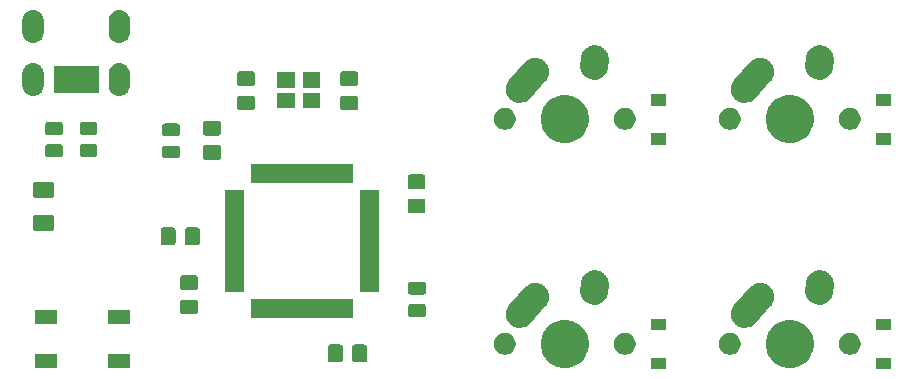
<source format=gbs>
G04 #@! TF.GenerationSoftware,KiCad,Pcbnew,(5.1.4-0-10_14)*
G04 #@! TF.CreationDate,2019-10-06T23:39:38+09:00*
G04 #@! TF.ProjectId,dombrick45,646f6d62-7269-4636-9b34-352e6b696361,rev?*
G04 #@! TF.SameCoordinates,Original*
G04 #@! TF.FileFunction,Soldermask,Bot*
G04 #@! TF.FilePolarity,Negative*
%FSLAX46Y46*%
G04 Gerber Fmt 4.6, Leading zero omitted, Abs format (unit mm)*
G04 Created by KiCad (PCBNEW (5.1.4-0-10_14)) date 2019-10-06 23:39:38*
%MOMM*%
%LPD*%
G04 APERTURE LIST*
%ADD10C,0.100000*%
G04 APERTURE END LIST*
D10*
G36*
X140351000Y-102957250D02*
G01*
X139049000Y-102957250D01*
X139049000Y-101955250D01*
X140351000Y-101955250D01*
X140351000Y-102957250D01*
X140351000Y-102957250D01*
G37*
G36*
X121301000Y-102957250D02*
G01*
X119999000Y-102957250D01*
X119999000Y-101955250D01*
X121301000Y-101955250D01*
X121301000Y-102957250D01*
X121301000Y-102957250D01*
G37*
G36*
X75933000Y-102853000D02*
G01*
X74031000Y-102853000D01*
X74031000Y-101651000D01*
X75933000Y-101651000D01*
X75933000Y-102853000D01*
X75933000Y-102853000D01*
G37*
G36*
X69733000Y-102853000D02*
G01*
X67831000Y-102853000D01*
X67831000Y-101651000D01*
X69733000Y-101651000D01*
X69733000Y-102853000D01*
X69733000Y-102853000D01*
G37*
G36*
X132358974Y-98839934D02*
G01*
X132576974Y-98930233D01*
X132731123Y-98994083D01*
X133066048Y-99217873D01*
X133350877Y-99502702D01*
X133574667Y-99837627D01*
X133607062Y-99915836D01*
X133728816Y-100209776D01*
X133807400Y-100604844D01*
X133807400Y-101007656D01*
X133728816Y-101402724D01*
X133677951Y-101525522D01*
X133574667Y-101774873D01*
X133350877Y-102109798D01*
X133066048Y-102394627D01*
X132731123Y-102618417D01*
X132576974Y-102682267D01*
X132358974Y-102772566D01*
X131963906Y-102851150D01*
X131561094Y-102851150D01*
X131166026Y-102772566D01*
X130948026Y-102682267D01*
X130793877Y-102618417D01*
X130458952Y-102394627D01*
X130174123Y-102109798D01*
X129950333Y-101774873D01*
X129847049Y-101525522D01*
X129796184Y-101402724D01*
X129717600Y-101007656D01*
X129717600Y-100604844D01*
X129796184Y-100209776D01*
X129917938Y-99915836D01*
X129950333Y-99837627D01*
X130174123Y-99502702D01*
X130458952Y-99217873D01*
X130793877Y-98994083D01*
X130948026Y-98930233D01*
X131166026Y-98839934D01*
X131561094Y-98761350D01*
X131963906Y-98761350D01*
X132358974Y-98839934D01*
X132358974Y-98839934D01*
G37*
G36*
X113308974Y-98839934D02*
G01*
X113526974Y-98930233D01*
X113681123Y-98994083D01*
X114016048Y-99217873D01*
X114300877Y-99502702D01*
X114524667Y-99837627D01*
X114557062Y-99915836D01*
X114678816Y-100209776D01*
X114757400Y-100604844D01*
X114757400Y-101007656D01*
X114678816Y-101402724D01*
X114627951Y-101525522D01*
X114524667Y-101774873D01*
X114300877Y-102109798D01*
X114016048Y-102394627D01*
X113681123Y-102618417D01*
X113526974Y-102682267D01*
X113308974Y-102772566D01*
X112913906Y-102851150D01*
X112511094Y-102851150D01*
X112116026Y-102772566D01*
X111898026Y-102682267D01*
X111743877Y-102618417D01*
X111408952Y-102394627D01*
X111124123Y-102109798D01*
X110900333Y-101774873D01*
X110797049Y-101525522D01*
X110746184Y-101402724D01*
X110667600Y-101007656D01*
X110667600Y-100604844D01*
X110746184Y-100209776D01*
X110867938Y-99915836D01*
X110900333Y-99837627D01*
X111124123Y-99502702D01*
X111408952Y-99217873D01*
X111743877Y-98994083D01*
X111898026Y-98930233D01*
X112116026Y-98839934D01*
X112511094Y-98761350D01*
X112913906Y-98761350D01*
X113308974Y-98839934D01*
X113308974Y-98839934D01*
G37*
G36*
X95801174Y-100853465D02*
G01*
X95838867Y-100864899D01*
X95873603Y-100883466D01*
X95904048Y-100908452D01*
X95929034Y-100938897D01*
X95947601Y-100973633D01*
X95959035Y-101011326D01*
X95963500Y-101056661D01*
X95963500Y-102143339D01*
X95959035Y-102188674D01*
X95947601Y-102226367D01*
X95929034Y-102261103D01*
X95904048Y-102291548D01*
X95873603Y-102316534D01*
X95838867Y-102335101D01*
X95801174Y-102346535D01*
X95755839Y-102351000D01*
X94919161Y-102351000D01*
X94873826Y-102346535D01*
X94836133Y-102335101D01*
X94801397Y-102316534D01*
X94770952Y-102291548D01*
X94745966Y-102261103D01*
X94727399Y-102226367D01*
X94715965Y-102188674D01*
X94711500Y-102143339D01*
X94711500Y-101056661D01*
X94715965Y-101011326D01*
X94727399Y-100973633D01*
X94745966Y-100938897D01*
X94770952Y-100908452D01*
X94801397Y-100883466D01*
X94836133Y-100864899D01*
X94873826Y-100853465D01*
X94919161Y-100849000D01*
X95755839Y-100849000D01*
X95801174Y-100853465D01*
X95801174Y-100853465D01*
G37*
G36*
X93751174Y-100853465D02*
G01*
X93788867Y-100864899D01*
X93823603Y-100883466D01*
X93854048Y-100908452D01*
X93879034Y-100938897D01*
X93897601Y-100973633D01*
X93909035Y-101011326D01*
X93913500Y-101056661D01*
X93913500Y-102143339D01*
X93909035Y-102188674D01*
X93897601Y-102226367D01*
X93879034Y-102261103D01*
X93854048Y-102291548D01*
X93823603Y-102316534D01*
X93788867Y-102335101D01*
X93751174Y-102346535D01*
X93705839Y-102351000D01*
X92869161Y-102351000D01*
X92823826Y-102346535D01*
X92786133Y-102335101D01*
X92751397Y-102316534D01*
X92720952Y-102291548D01*
X92695966Y-102261103D01*
X92677399Y-102226367D01*
X92665965Y-102188674D01*
X92661500Y-102143339D01*
X92661500Y-101056661D01*
X92665965Y-101011326D01*
X92677399Y-100973633D01*
X92695966Y-100938897D01*
X92720952Y-100908452D01*
X92751397Y-100883466D01*
X92786133Y-100864899D01*
X92823826Y-100853465D01*
X92869161Y-100849000D01*
X93705839Y-100849000D01*
X93751174Y-100853465D01*
X93751174Y-100853465D01*
G37*
G36*
X137112604Y-99915835D02*
G01*
X137281126Y-99985639D01*
X137432791Y-100086978D01*
X137561772Y-100215959D01*
X137663111Y-100367624D01*
X137732915Y-100536146D01*
X137768500Y-100715047D01*
X137768500Y-100897453D01*
X137732915Y-101076354D01*
X137663111Y-101244876D01*
X137561772Y-101396541D01*
X137432791Y-101525522D01*
X137281126Y-101626861D01*
X137112604Y-101696665D01*
X136933703Y-101732250D01*
X136751297Y-101732250D01*
X136572396Y-101696665D01*
X136403874Y-101626861D01*
X136252209Y-101525522D01*
X136123228Y-101396541D01*
X136021889Y-101244876D01*
X135952085Y-101076354D01*
X135916500Y-100897453D01*
X135916500Y-100715047D01*
X135952085Y-100536146D01*
X136021889Y-100367624D01*
X136123228Y-100215959D01*
X136252209Y-100086978D01*
X136403874Y-99985639D01*
X136572396Y-99915835D01*
X136751297Y-99880250D01*
X136933703Y-99880250D01*
X137112604Y-99915835D01*
X137112604Y-99915835D01*
G37*
G36*
X126952604Y-99915835D02*
G01*
X127121126Y-99985639D01*
X127272791Y-100086978D01*
X127401772Y-100215959D01*
X127503111Y-100367624D01*
X127572915Y-100536146D01*
X127608500Y-100715047D01*
X127608500Y-100897453D01*
X127572915Y-101076354D01*
X127503111Y-101244876D01*
X127401772Y-101396541D01*
X127272791Y-101525522D01*
X127121126Y-101626861D01*
X126952604Y-101696665D01*
X126773703Y-101732250D01*
X126591297Y-101732250D01*
X126412396Y-101696665D01*
X126243874Y-101626861D01*
X126092209Y-101525522D01*
X125963228Y-101396541D01*
X125861889Y-101244876D01*
X125792085Y-101076354D01*
X125756500Y-100897453D01*
X125756500Y-100715047D01*
X125792085Y-100536146D01*
X125861889Y-100367624D01*
X125963228Y-100215959D01*
X126092209Y-100086978D01*
X126243874Y-99985639D01*
X126412396Y-99915835D01*
X126591297Y-99880250D01*
X126773703Y-99880250D01*
X126952604Y-99915835D01*
X126952604Y-99915835D01*
G37*
G36*
X107902604Y-99915835D02*
G01*
X108071126Y-99985639D01*
X108222791Y-100086978D01*
X108351772Y-100215959D01*
X108453111Y-100367624D01*
X108522915Y-100536146D01*
X108558500Y-100715047D01*
X108558500Y-100897453D01*
X108522915Y-101076354D01*
X108453111Y-101244876D01*
X108351772Y-101396541D01*
X108222791Y-101525522D01*
X108071126Y-101626861D01*
X107902604Y-101696665D01*
X107723703Y-101732250D01*
X107541297Y-101732250D01*
X107362396Y-101696665D01*
X107193874Y-101626861D01*
X107042209Y-101525522D01*
X106913228Y-101396541D01*
X106811889Y-101244876D01*
X106742085Y-101076354D01*
X106706500Y-100897453D01*
X106706500Y-100715047D01*
X106742085Y-100536146D01*
X106811889Y-100367624D01*
X106913228Y-100215959D01*
X107042209Y-100086978D01*
X107193874Y-99985639D01*
X107362396Y-99915835D01*
X107541297Y-99880250D01*
X107723703Y-99880250D01*
X107902604Y-99915835D01*
X107902604Y-99915835D01*
G37*
G36*
X118062604Y-99915835D02*
G01*
X118231126Y-99985639D01*
X118382791Y-100086978D01*
X118511772Y-100215959D01*
X118613111Y-100367624D01*
X118682915Y-100536146D01*
X118718500Y-100715047D01*
X118718500Y-100897453D01*
X118682915Y-101076354D01*
X118613111Y-101244876D01*
X118511772Y-101396541D01*
X118382791Y-101525522D01*
X118231126Y-101626861D01*
X118062604Y-101696665D01*
X117883703Y-101732250D01*
X117701297Y-101732250D01*
X117522396Y-101696665D01*
X117353874Y-101626861D01*
X117202209Y-101525522D01*
X117073228Y-101396541D01*
X116971889Y-101244876D01*
X116902085Y-101076354D01*
X116866500Y-100897453D01*
X116866500Y-100715047D01*
X116902085Y-100536146D01*
X116971889Y-100367624D01*
X117073228Y-100215959D01*
X117202209Y-100086978D01*
X117353874Y-99985639D01*
X117522396Y-99915835D01*
X117701297Y-99880250D01*
X117883703Y-99880250D01*
X118062604Y-99915835D01*
X118062604Y-99915835D01*
G37*
G36*
X121301000Y-99657250D02*
G01*
X119999000Y-99657250D01*
X119999000Y-98655250D01*
X121301000Y-98655250D01*
X121301000Y-99657250D01*
X121301000Y-99657250D01*
G37*
G36*
X140351000Y-99657250D02*
G01*
X139049000Y-99657250D01*
X139049000Y-98655250D01*
X140351000Y-98655250D01*
X140351000Y-99657250D01*
X140351000Y-99657250D01*
G37*
G36*
X129285705Y-95630131D02*
G01*
X129291145Y-95630250D01*
X129378328Y-95630250D01*
X129394597Y-95633486D01*
X129413456Y-95635765D01*
X129430032Y-95636496D01*
X129514723Y-95657260D01*
X129520018Y-95658434D01*
X129605527Y-95675443D01*
X129620862Y-95681795D01*
X129638901Y-95687705D01*
X129655021Y-95691657D01*
X129734004Y-95728530D01*
X129738994Y-95730727D01*
X129819545Y-95764092D01*
X129833341Y-95773310D01*
X129849893Y-95782632D01*
X129864926Y-95789650D01*
X129935194Y-95841221D01*
X129939692Y-95844372D01*
X130012156Y-95892791D01*
X130023883Y-95904518D01*
X130038309Y-95916898D01*
X130051679Y-95926711D01*
X130096646Y-95975827D01*
X130110521Y-95990983D01*
X130114329Y-95994964D01*
X130175959Y-96056594D01*
X130185174Y-96070385D01*
X130196896Y-96085328D01*
X130208105Y-96097571D01*
X130253299Y-96172124D01*
X130256246Y-96176751D01*
X130304658Y-96249205D01*
X130311005Y-96264527D01*
X130319592Y-96281481D01*
X130328191Y-96295667D01*
X130357978Y-96377618D01*
X130359952Y-96382698D01*
X130393307Y-96463223D01*
X130393307Y-96463224D01*
X130396541Y-96479483D01*
X130401658Y-96497792D01*
X130407325Y-96513384D01*
X130420555Y-96599595D01*
X130421501Y-96604963D01*
X130438500Y-96690423D01*
X130438500Y-96707002D01*
X130439944Y-96725942D01*
X130442463Y-96742354D01*
X130438620Y-96829499D01*
X130438500Y-96834939D01*
X130438500Y-96922075D01*
X130435266Y-96938333D01*
X130432988Y-96957191D01*
X130432256Y-96973781D01*
X130411488Y-97058487D01*
X130410312Y-97063787D01*
X130393307Y-97149277D01*
X130386957Y-97164607D01*
X130381049Y-97182643D01*
X130377095Y-97198770D01*
X130340211Y-97277776D01*
X130338011Y-97282773D01*
X130304658Y-97363295D01*
X130295444Y-97377085D01*
X130286122Y-97393637D01*
X130279102Y-97408674D01*
X130227511Y-97478970D01*
X130224366Y-97483460D01*
X130175961Y-97555904D01*
X130118960Y-97612905D01*
X130114311Y-97617813D01*
X129748216Y-98025827D01*
X128789223Y-99094626D01*
X128661179Y-99211852D01*
X128562131Y-99271895D01*
X128463083Y-99331939D01*
X128245366Y-99411073D01*
X128016395Y-99446211D01*
X127784970Y-99436004D01*
X127559981Y-99380843D01*
X127455227Y-99331939D01*
X127350079Y-99282852D01*
X127253338Y-99211852D01*
X127163323Y-99145789D01*
X127088894Y-99064491D01*
X127006898Y-98974929D01*
X126925064Y-98839935D01*
X126886811Y-98776833D01*
X126807677Y-98559116D01*
X126772539Y-98330145D01*
X126782746Y-98098720D01*
X126837907Y-97873731D01*
X126889472Y-97763278D01*
X126935898Y-97663830D01*
X126935900Y-97663827D01*
X127038614Y-97523872D01*
X127793745Y-96682277D01*
X128325287Y-96089871D01*
X128336181Y-96075839D01*
X128349039Y-96056596D01*
X128406073Y-95999562D01*
X128410723Y-95994653D01*
X128425778Y-95977874D01*
X128447201Y-95958261D01*
X128451182Y-95954453D01*
X128512846Y-95892789D01*
X128526643Y-95883570D01*
X128541602Y-95871835D01*
X128553821Y-95860648D01*
X128618813Y-95821250D01*
X128628330Y-95815481D01*
X128632921Y-95812558D01*
X128705455Y-95764092D01*
X128720800Y-95757736D01*
X128737748Y-95749151D01*
X128751916Y-95740562D01*
X128751917Y-95740562D01*
X128751918Y-95740561D01*
X128833812Y-95710795D01*
X128838910Y-95708813D01*
X128919473Y-95675443D01*
X128935752Y-95672205D01*
X128954042Y-95667094D01*
X128969635Y-95661427D01*
X129055800Y-95648204D01*
X129061163Y-95647259D01*
X129146673Y-95630250D01*
X129163266Y-95630250D01*
X129182209Y-95628805D01*
X129198606Y-95626289D01*
X129285705Y-95630131D01*
X129285705Y-95630131D01*
G37*
G36*
X110235705Y-95630131D02*
G01*
X110241145Y-95630250D01*
X110328328Y-95630250D01*
X110344597Y-95633486D01*
X110363456Y-95635765D01*
X110380032Y-95636496D01*
X110464723Y-95657260D01*
X110470018Y-95658434D01*
X110555527Y-95675443D01*
X110570862Y-95681795D01*
X110588901Y-95687705D01*
X110605021Y-95691657D01*
X110684004Y-95728530D01*
X110688994Y-95730727D01*
X110769545Y-95764092D01*
X110783341Y-95773310D01*
X110799893Y-95782632D01*
X110814926Y-95789650D01*
X110885194Y-95841221D01*
X110889692Y-95844372D01*
X110962156Y-95892791D01*
X110973883Y-95904518D01*
X110988309Y-95916898D01*
X111001679Y-95926711D01*
X111046646Y-95975827D01*
X111060521Y-95990983D01*
X111064329Y-95994964D01*
X111125959Y-96056594D01*
X111135174Y-96070385D01*
X111146896Y-96085328D01*
X111158105Y-96097571D01*
X111203299Y-96172124D01*
X111206246Y-96176751D01*
X111254658Y-96249205D01*
X111261005Y-96264527D01*
X111269592Y-96281481D01*
X111278191Y-96295667D01*
X111307978Y-96377618D01*
X111309952Y-96382698D01*
X111343307Y-96463223D01*
X111343307Y-96463224D01*
X111346541Y-96479483D01*
X111351658Y-96497792D01*
X111357325Y-96513384D01*
X111370555Y-96599595D01*
X111371501Y-96604963D01*
X111388500Y-96690423D01*
X111388500Y-96707002D01*
X111389944Y-96725942D01*
X111392463Y-96742354D01*
X111388620Y-96829499D01*
X111388500Y-96834939D01*
X111388500Y-96922075D01*
X111385266Y-96938333D01*
X111382988Y-96957191D01*
X111382256Y-96973781D01*
X111361488Y-97058487D01*
X111360312Y-97063787D01*
X111343307Y-97149277D01*
X111336957Y-97164607D01*
X111331049Y-97182643D01*
X111327095Y-97198770D01*
X111290211Y-97277776D01*
X111288011Y-97282773D01*
X111254658Y-97363295D01*
X111245444Y-97377085D01*
X111236122Y-97393637D01*
X111229102Y-97408674D01*
X111177511Y-97478970D01*
X111174366Y-97483460D01*
X111125961Y-97555904D01*
X111068960Y-97612905D01*
X111064311Y-97617813D01*
X110698216Y-98025827D01*
X109739223Y-99094626D01*
X109611179Y-99211852D01*
X109512131Y-99271895D01*
X109413083Y-99331939D01*
X109195366Y-99411073D01*
X108966395Y-99446211D01*
X108734970Y-99436004D01*
X108509981Y-99380843D01*
X108405227Y-99331939D01*
X108300079Y-99282852D01*
X108203338Y-99211852D01*
X108113323Y-99145789D01*
X108038894Y-99064491D01*
X107956898Y-98974929D01*
X107875064Y-98839935D01*
X107836811Y-98776833D01*
X107757677Y-98559116D01*
X107722539Y-98330145D01*
X107732746Y-98098720D01*
X107787907Y-97873731D01*
X107839472Y-97763278D01*
X107885898Y-97663830D01*
X107885900Y-97663827D01*
X107988614Y-97523872D01*
X108743745Y-96682277D01*
X109275287Y-96089871D01*
X109286181Y-96075839D01*
X109299039Y-96056596D01*
X109356073Y-95999562D01*
X109360723Y-95994653D01*
X109375778Y-95977874D01*
X109397201Y-95958261D01*
X109401182Y-95954453D01*
X109462846Y-95892789D01*
X109476643Y-95883570D01*
X109491602Y-95871835D01*
X109503821Y-95860648D01*
X109568813Y-95821250D01*
X109578330Y-95815481D01*
X109582921Y-95812558D01*
X109655455Y-95764092D01*
X109670800Y-95757736D01*
X109687748Y-95749151D01*
X109701916Y-95740562D01*
X109701917Y-95740562D01*
X109701918Y-95740561D01*
X109783812Y-95710795D01*
X109788910Y-95708813D01*
X109869473Y-95675443D01*
X109885752Y-95672205D01*
X109904042Y-95667094D01*
X109919635Y-95661427D01*
X110005800Y-95648204D01*
X110011163Y-95647259D01*
X110096673Y-95630250D01*
X110113266Y-95630250D01*
X110132209Y-95628805D01*
X110148606Y-95626289D01*
X110235705Y-95630131D01*
X110235705Y-95630131D01*
G37*
G36*
X75933000Y-99153000D02*
G01*
X74031000Y-99153000D01*
X74031000Y-97951000D01*
X75933000Y-97951000D01*
X75933000Y-99153000D01*
X75933000Y-99153000D01*
G37*
G36*
X69733000Y-99153000D02*
G01*
X67831000Y-99153000D01*
X67831000Y-97951000D01*
X69733000Y-97951000D01*
X69733000Y-99153000D01*
X69733000Y-99153000D01*
G37*
G36*
X94813500Y-98576000D02*
G01*
X86161500Y-98576000D01*
X86161500Y-96974000D01*
X94813500Y-96974000D01*
X94813500Y-98576000D01*
X94813500Y-98576000D01*
G37*
G36*
X100787468Y-97431565D02*
G01*
X100826138Y-97443296D01*
X100861777Y-97462346D01*
X100893017Y-97487983D01*
X100918654Y-97519223D01*
X100937704Y-97554862D01*
X100949435Y-97593532D01*
X100954000Y-97639888D01*
X100954000Y-98291112D01*
X100949435Y-98337468D01*
X100937704Y-98376138D01*
X100918654Y-98411777D01*
X100893017Y-98443017D01*
X100861777Y-98468654D01*
X100826138Y-98487704D01*
X100787468Y-98499435D01*
X100741112Y-98504000D01*
X99664888Y-98504000D01*
X99618532Y-98499435D01*
X99579862Y-98487704D01*
X99544223Y-98468654D01*
X99512983Y-98443017D01*
X99487346Y-98411777D01*
X99468296Y-98376138D01*
X99456565Y-98337468D01*
X99452000Y-98291112D01*
X99452000Y-97639888D01*
X99456565Y-97593532D01*
X99468296Y-97554862D01*
X99487346Y-97519223D01*
X99512983Y-97487983D01*
X99544223Y-97462346D01*
X99579862Y-97443296D01*
X99618532Y-97431565D01*
X99664888Y-97427000D01*
X100741112Y-97427000D01*
X100787468Y-97431565D01*
X100787468Y-97431565D01*
G37*
G36*
X81487674Y-97050465D02*
G01*
X81525367Y-97061899D01*
X81560103Y-97080466D01*
X81590548Y-97105452D01*
X81615534Y-97135897D01*
X81634101Y-97170633D01*
X81645535Y-97208326D01*
X81650000Y-97253661D01*
X81650000Y-98090339D01*
X81645535Y-98135674D01*
X81634101Y-98173367D01*
X81615534Y-98208103D01*
X81590548Y-98238548D01*
X81560103Y-98263534D01*
X81525367Y-98282101D01*
X81487674Y-98293535D01*
X81442339Y-98298000D01*
X80355661Y-98298000D01*
X80310326Y-98293535D01*
X80272633Y-98282101D01*
X80237897Y-98263534D01*
X80207452Y-98238548D01*
X80182466Y-98208103D01*
X80163899Y-98173367D01*
X80152465Y-98135674D01*
X80148000Y-98090339D01*
X80148000Y-97253661D01*
X80152465Y-97208326D01*
X80163899Y-97170633D01*
X80182466Y-97135897D01*
X80207452Y-97105452D01*
X80237897Y-97080466D01*
X80272633Y-97061899D01*
X80310326Y-97050465D01*
X80355661Y-97046000D01*
X81442339Y-97046000D01*
X81487674Y-97050465D01*
X81487674Y-97050465D01*
G37*
G36*
X115340627Y-94548511D02*
G01*
X115361400Y-94550250D01*
X115368327Y-94550250D01*
X115463254Y-94569132D01*
X115466848Y-94569792D01*
X115562230Y-94585874D01*
X115568703Y-94588335D01*
X115588728Y-94594091D01*
X115595527Y-94595443D01*
X115657914Y-94621284D01*
X115684943Y-94632480D01*
X115688344Y-94633831D01*
X115778755Y-94668211D01*
X115784627Y-94671890D01*
X115803136Y-94681437D01*
X115809545Y-94684092D01*
X115890063Y-94737892D01*
X115893054Y-94739828D01*
X115975057Y-94791209D01*
X115980084Y-94795950D01*
X115996396Y-94808941D01*
X116002152Y-94812787D01*
X116070610Y-94881245D01*
X116073189Y-94883749D01*
X116143590Y-94950139D01*
X116147595Y-94955769D01*
X116161059Y-94971694D01*
X116165959Y-94976594D01*
X116209575Y-95041869D01*
X116219744Y-95057089D01*
X116221791Y-95060057D01*
X116277880Y-95138895D01*
X116280714Y-95145208D01*
X116290808Y-95163443D01*
X116294658Y-95169205D01*
X116331720Y-95258680D01*
X116333124Y-95261935D01*
X116372765Y-95350223D01*
X116374315Y-95356975D01*
X116380652Y-95376812D01*
X116383307Y-95383223D01*
X116402192Y-95478167D01*
X116402938Y-95481651D01*
X116424598Y-95576001D01*
X116424598Y-95576004D01*
X116424800Y-95582904D01*
X116427147Y-95603620D01*
X116428500Y-95610424D01*
X116428500Y-95707236D01*
X116428553Y-95710834D01*
X116429688Y-95749527D01*
X116428795Y-95762475D01*
X116428500Y-95771047D01*
X116428500Y-95842076D01*
X116422581Y-95871835D01*
X116422104Y-95874229D01*
X116420000Y-95890000D01*
X116381738Y-96444795D01*
X116352876Y-96615980D01*
X116270538Y-96832505D01*
X116147541Y-97028807D01*
X115988611Y-97197340D01*
X115799855Y-97331630D01*
X115588527Y-97426515D01*
X115362749Y-97478348D01*
X115131198Y-97485139D01*
X115131197Y-97485139D01*
X115085512Y-97477436D01*
X114902770Y-97446626D01*
X114686245Y-97364288D01*
X114489943Y-97241291D01*
X114321410Y-97082361D01*
X114187120Y-96893605D01*
X114092235Y-96682277D01*
X114040402Y-96456499D01*
X114035312Y-96282973D01*
X114076204Y-95690044D01*
X114076500Y-95681446D01*
X114076500Y-95610425D01*
X114081019Y-95587705D01*
X114095388Y-95515469D01*
X114096044Y-95511895D01*
X114101731Y-95478167D01*
X114112124Y-95416520D01*
X114114585Y-95410049D01*
X114120342Y-95390017D01*
X114121693Y-95383224D01*
X114124343Y-95376826D01*
X114158764Y-95293726D01*
X114160053Y-95290480D01*
X114194462Y-95199995D01*
X114198136Y-95194131D01*
X114207687Y-95175615D01*
X114210342Y-95169205D01*
X114264157Y-95088665D01*
X114266077Y-95085699D01*
X114317459Y-95003693D01*
X114322211Y-94998654D01*
X114335189Y-94982357D01*
X114339037Y-94976598D01*
X114407493Y-94908142D01*
X114410046Y-94905512D01*
X114430523Y-94883798D01*
X114476389Y-94835160D01*
X114482021Y-94831153D01*
X114497947Y-94817688D01*
X114502846Y-94812789D01*
X114583324Y-94759016D01*
X114586306Y-94756960D01*
X114665145Y-94700870D01*
X114671455Y-94698037D01*
X114689694Y-94687941D01*
X114695451Y-94684094D01*
X114695454Y-94684093D01*
X114695455Y-94684092D01*
X114784929Y-94647031D01*
X114788187Y-94645625D01*
X114876473Y-94605985D01*
X114883225Y-94604435D01*
X114903062Y-94598098D01*
X114909473Y-94595443D01*
X115004399Y-94576561D01*
X115007946Y-94575801D01*
X115102251Y-94554151D01*
X115104630Y-94554081D01*
X115109165Y-94553948D01*
X115129881Y-94551601D01*
X115136674Y-94550250D01*
X115233459Y-94550250D01*
X115237084Y-94550197D01*
X115333802Y-94547360D01*
X115340627Y-94548511D01*
X115340627Y-94548511D01*
G37*
G36*
X134390627Y-94548511D02*
G01*
X134411400Y-94550250D01*
X134418327Y-94550250D01*
X134513254Y-94569132D01*
X134516848Y-94569792D01*
X134612230Y-94585874D01*
X134618703Y-94588335D01*
X134638728Y-94594091D01*
X134645527Y-94595443D01*
X134707914Y-94621284D01*
X134734943Y-94632480D01*
X134738344Y-94633831D01*
X134828755Y-94668211D01*
X134834627Y-94671890D01*
X134853136Y-94681437D01*
X134859545Y-94684092D01*
X134940063Y-94737892D01*
X134943054Y-94739828D01*
X135025057Y-94791209D01*
X135030084Y-94795950D01*
X135046396Y-94808941D01*
X135052152Y-94812787D01*
X135120610Y-94881245D01*
X135123189Y-94883749D01*
X135193590Y-94950139D01*
X135197595Y-94955769D01*
X135211059Y-94971694D01*
X135215959Y-94976594D01*
X135259575Y-95041869D01*
X135269744Y-95057089D01*
X135271791Y-95060057D01*
X135327880Y-95138895D01*
X135330714Y-95145208D01*
X135340808Y-95163443D01*
X135344658Y-95169205D01*
X135381720Y-95258680D01*
X135383124Y-95261935D01*
X135422765Y-95350223D01*
X135424315Y-95356975D01*
X135430652Y-95376812D01*
X135433307Y-95383223D01*
X135452192Y-95478167D01*
X135452938Y-95481651D01*
X135474598Y-95576001D01*
X135474598Y-95576004D01*
X135474800Y-95582904D01*
X135477147Y-95603620D01*
X135478500Y-95610424D01*
X135478500Y-95707236D01*
X135478553Y-95710834D01*
X135479688Y-95749527D01*
X135478795Y-95762475D01*
X135478500Y-95771047D01*
X135478500Y-95842076D01*
X135472581Y-95871835D01*
X135472104Y-95874229D01*
X135470000Y-95890000D01*
X135431738Y-96444795D01*
X135402876Y-96615980D01*
X135320538Y-96832505D01*
X135197541Y-97028807D01*
X135038611Y-97197340D01*
X134849855Y-97331630D01*
X134638527Y-97426515D01*
X134412749Y-97478348D01*
X134181198Y-97485139D01*
X134181197Y-97485139D01*
X134135512Y-97477436D01*
X133952770Y-97446626D01*
X133736245Y-97364288D01*
X133539943Y-97241291D01*
X133371410Y-97082361D01*
X133237120Y-96893605D01*
X133142235Y-96682277D01*
X133090402Y-96456499D01*
X133085312Y-96282973D01*
X133126204Y-95690044D01*
X133126500Y-95681446D01*
X133126500Y-95610425D01*
X133131019Y-95587705D01*
X133145388Y-95515469D01*
X133146044Y-95511895D01*
X133151731Y-95478167D01*
X133162124Y-95416520D01*
X133164585Y-95410049D01*
X133170342Y-95390017D01*
X133171693Y-95383224D01*
X133174343Y-95376826D01*
X133208764Y-95293726D01*
X133210053Y-95290480D01*
X133244462Y-95199995D01*
X133248136Y-95194131D01*
X133257687Y-95175615D01*
X133260342Y-95169205D01*
X133314157Y-95088665D01*
X133316077Y-95085699D01*
X133367459Y-95003693D01*
X133372211Y-94998654D01*
X133385189Y-94982357D01*
X133389037Y-94976598D01*
X133457493Y-94908142D01*
X133460046Y-94905512D01*
X133480523Y-94883798D01*
X133526389Y-94835160D01*
X133532021Y-94831153D01*
X133547947Y-94817688D01*
X133552846Y-94812789D01*
X133633324Y-94759016D01*
X133636306Y-94756960D01*
X133715145Y-94700870D01*
X133721455Y-94698037D01*
X133739694Y-94687941D01*
X133745451Y-94684094D01*
X133745454Y-94684093D01*
X133745455Y-94684092D01*
X133834929Y-94647031D01*
X133838187Y-94645625D01*
X133926473Y-94605985D01*
X133933225Y-94604435D01*
X133953062Y-94598098D01*
X133959473Y-94595443D01*
X134054399Y-94576561D01*
X134057946Y-94575801D01*
X134152251Y-94554151D01*
X134154630Y-94554081D01*
X134159165Y-94553948D01*
X134179881Y-94551601D01*
X134186674Y-94550250D01*
X134283459Y-94550250D01*
X134287084Y-94550197D01*
X134383802Y-94547360D01*
X134390627Y-94548511D01*
X134390627Y-94548511D01*
G37*
G36*
X100787468Y-95556565D02*
G01*
X100826138Y-95568296D01*
X100861777Y-95587346D01*
X100893017Y-95612983D01*
X100918654Y-95644223D01*
X100937704Y-95679862D01*
X100949435Y-95718532D01*
X100954000Y-95764888D01*
X100954000Y-96416112D01*
X100949435Y-96462468D01*
X100937704Y-96501138D01*
X100918654Y-96536777D01*
X100893017Y-96568017D01*
X100861777Y-96593654D01*
X100826138Y-96612704D01*
X100787468Y-96624435D01*
X100741112Y-96629000D01*
X99664888Y-96629000D01*
X99618532Y-96624435D01*
X99579862Y-96612704D01*
X99544223Y-96593654D01*
X99512983Y-96568017D01*
X99487346Y-96536777D01*
X99468296Y-96501138D01*
X99456565Y-96462468D01*
X99452000Y-96416112D01*
X99452000Y-95764888D01*
X99456565Y-95718532D01*
X99468296Y-95679862D01*
X99487346Y-95644223D01*
X99512983Y-95612983D01*
X99544223Y-95587346D01*
X99579862Y-95568296D01*
X99618532Y-95556565D01*
X99664888Y-95552000D01*
X100741112Y-95552000D01*
X100787468Y-95556565D01*
X100787468Y-95556565D01*
G37*
G36*
X96988500Y-96401000D02*
G01*
X95386500Y-96401000D01*
X95386500Y-87749000D01*
X96988500Y-87749000D01*
X96988500Y-96401000D01*
X96988500Y-96401000D01*
G37*
G36*
X85588500Y-96401000D02*
G01*
X83986500Y-96401000D01*
X83986500Y-87749000D01*
X85588500Y-87749000D01*
X85588500Y-96401000D01*
X85588500Y-96401000D01*
G37*
G36*
X81487674Y-95000465D02*
G01*
X81525367Y-95011899D01*
X81560103Y-95030466D01*
X81590548Y-95055452D01*
X81615534Y-95085897D01*
X81634101Y-95120633D01*
X81645535Y-95158326D01*
X81650000Y-95203661D01*
X81650000Y-96040339D01*
X81645535Y-96085674D01*
X81634101Y-96123367D01*
X81615534Y-96158103D01*
X81590548Y-96188548D01*
X81560103Y-96213534D01*
X81525367Y-96232101D01*
X81487674Y-96243535D01*
X81442339Y-96248000D01*
X80355661Y-96248000D01*
X80310326Y-96243535D01*
X80272633Y-96232101D01*
X80237897Y-96213534D01*
X80207452Y-96188548D01*
X80182466Y-96158103D01*
X80163899Y-96123367D01*
X80152465Y-96085674D01*
X80148000Y-96040339D01*
X80148000Y-95203661D01*
X80152465Y-95158326D01*
X80163899Y-95120633D01*
X80182466Y-95085897D01*
X80207452Y-95055452D01*
X80237897Y-95030466D01*
X80272633Y-95011899D01*
X80310326Y-95000465D01*
X80355661Y-94996000D01*
X81442339Y-94996000D01*
X81487674Y-95000465D01*
X81487674Y-95000465D01*
G37*
G36*
X81648424Y-90947465D02*
G01*
X81686117Y-90958899D01*
X81720853Y-90977466D01*
X81751298Y-91002452D01*
X81776284Y-91032897D01*
X81794851Y-91067633D01*
X81806285Y-91105326D01*
X81810750Y-91150661D01*
X81810750Y-92237339D01*
X81806285Y-92282674D01*
X81794851Y-92320367D01*
X81776284Y-92355103D01*
X81751298Y-92385548D01*
X81720853Y-92410534D01*
X81686117Y-92429101D01*
X81648424Y-92440535D01*
X81603089Y-92445000D01*
X80766411Y-92445000D01*
X80721076Y-92440535D01*
X80683383Y-92429101D01*
X80648647Y-92410534D01*
X80618202Y-92385548D01*
X80593216Y-92355103D01*
X80574649Y-92320367D01*
X80563215Y-92282674D01*
X80558750Y-92237339D01*
X80558750Y-91150661D01*
X80563215Y-91105326D01*
X80574649Y-91067633D01*
X80593216Y-91032897D01*
X80618202Y-91002452D01*
X80648647Y-90977466D01*
X80683383Y-90958899D01*
X80721076Y-90947465D01*
X80766411Y-90943000D01*
X81603089Y-90943000D01*
X81648424Y-90947465D01*
X81648424Y-90947465D01*
G37*
G36*
X79598424Y-90947465D02*
G01*
X79636117Y-90958899D01*
X79670853Y-90977466D01*
X79701298Y-91002452D01*
X79726284Y-91032897D01*
X79744851Y-91067633D01*
X79756285Y-91105326D01*
X79760750Y-91150661D01*
X79760750Y-92237339D01*
X79756285Y-92282674D01*
X79744851Y-92320367D01*
X79726284Y-92355103D01*
X79701298Y-92385548D01*
X79670853Y-92410534D01*
X79636117Y-92429101D01*
X79598424Y-92440535D01*
X79553089Y-92445000D01*
X78716411Y-92445000D01*
X78671076Y-92440535D01*
X78633383Y-92429101D01*
X78598647Y-92410534D01*
X78568202Y-92385548D01*
X78543216Y-92355103D01*
X78524649Y-92320367D01*
X78513215Y-92282674D01*
X78508750Y-92237339D01*
X78508750Y-91150661D01*
X78513215Y-91105326D01*
X78524649Y-91067633D01*
X78543216Y-91032897D01*
X78568202Y-91002452D01*
X78598647Y-90977466D01*
X78633383Y-90958899D01*
X78671076Y-90947465D01*
X78716411Y-90943000D01*
X79553089Y-90943000D01*
X79598424Y-90947465D01*
X79598424Y-90947465D01*
G37*
G36*
X69348604Y-89882347D02*
G01*
X69385144Y-89893432D01*
X69418821Y-89911433D01*
X69448341Y-89935659D01*
X69472567Y-89965179D01*
X69490568Y-89998856D01*
X69501653Y-90035396D01*
X69506000Y-90079538D01*
X69506000Y-91028462D01*
X69501653Y-91072604D01*
X69490568Y-91109144D01*
X69472567Y-91142821D01*
X69448341Y-91172341D01*
X69418821Y-91196567D01*
X69385144Y-91214568D01*
X69348604Y-91225653D01*
X69304462Y-91230000D01*
X67855538Y-91230000D01*
X67811396Y-91225653D01*
X67774856Y-91214568D01*
X67741179Y-91196567D01*
X67711659Y-91172341D01*
X67687433Y-91142821D01*
X67669432Y-91109144D01*
X67658347Y-91072604D01*
X67654000Y-91028462D01*
X67654000Y-90079538D01*
X67658347Y-90035396D01*
X67669432Y-89998856D01*
X67687433Y-89965179D01*
X67711659Y-89935659D01*
X67741179Y-89911433D01*
X67774856Y-89893432D01*
X67811396Y-89882347D01*
X67855538Y-89878000D01*
X69304462Y-89878000D01*
X69348604Y-89882347D01*
X69348604Y-89882347D01*
G37*
G36*
X100744924Y-88509715D02*
G01*
X100782617Y-88521149D01*
X100817353Y-88539716D01*
X100847798Y-88564702D01*
X100872784Y-88595147D01*
X100891351Y-88629883D01*
X100902785Y-88667576D01*
X100907250Y-88712911D01*
X100907250Y-89549589D01*
X100902785Y-89594924D01*
X100891351Y-89632617D01*
X100872784Y-89667353D01*
X100847798Y-89697798D01*
X100817353Y-89722784D01*
X100782617Y-89741351D01*
X100744924Y-89752785D01*
X100699589Y-89757250D01*
X99612911Y-89757250D01*
X99567576Y-89752785D01*
X99529883Y-89741351D01*
X99495147Y-89722784D01*
X99464702Y-89697798D01*
X99439716Y-89667353D01*
X99421149Y-89632617D01*
X99409715Y-89594924D01*
X99405250Y-89549589D01*
X99405250Y-88712911D01*
X99409715Y-88667576D01*
X99421149Y-88629883D01*
X99439716Y-88595147D01*
X99464702Y-88564702D01*
X99495147Y-88539716D01*
X99529883Y-88521149D01*
X99567576Y-88509715D01*
X99612911Y-88505250D01*
X100699589Y-88505250D01*
X100744924Y-88509715D01*
X100744924Y-88509715D01*
G37*
G36*
X69348604Y-87082347D02*
G01*
X69385144Y-87093432D01*
X69418821Y-87111433D01*
X69448341Y-87135659D01*
X69472567Y-87165179D01*
X69490568Y-87198856D01*
X69501653Y-87235396D01*
X69506000Y-87279538D01*
X69506000Y-88228462D01*
X69501653Y-88272604D01*
X69490568Y-88309144D01*
X69472567Y-88342821D01*
X69448341Y-88372341D01*
X69418821Y-88396567D01*
X69385144Y-88414568D01*
X69348604Y-88425653D01*
X69304462Y-88430000D01*
X67855538Y-88430000D01*
X67811396Y-88425653D01*
X67774856Y-88414568D01*
X67741179Y-88396567D01*
X67711659Y-88372341D01*
X67687433Y-88342821D01*
X67669432Y-88309144D01*
X67658347Y-88272604D01*
X67654000Y-88228462D01*
X67654000Y-87279538D01*
X67658347Y-87235396D01*
X67669432Y-87198856D01*
X67687433Y-87165179D01*
X67711659Y-87135659D01*
X67741179Y-87111433D01*
X67774856Y-87093432D01*
X67811396Y-87082347D01*
X67855538Y-87078000D01*
X69304462Y-87078000D01*
X69348604Y-87082347D01*
X69348604Y-87082347D01*
G37*
G36*
X100744924Y-86459715D02*
G01*
X100782617Y-86471149D01*
X100817353Y-86489716D01*
X100847798Y-86514702D01*
X100872784Y-86545147D01*
X100891351Y-86579883D01*
X100902785Y-86617576D01*
X100907250Y-86662911D01*
X100907250Y-87499589D01*
X100902785Y-87544924D01*
X100891351Y-87582617D01*
X100872784Y-87617353D01*
X100847798Y-87647798D01*
X100817353Y-87672784D01*
X100782617Y-87691351D01*
X100744924Y-87702785D01*
X100699589Y-87707250D01*
X99612911Y-87707250D01*
X99567576Y-87702785D01*
X99529883Y-87691351D01*
X99495147Y-87672784D01*
X99464702Y-87647798D01*
X99439716Y-87617353D01*
X99421149Y-87582617D01*
X99409715Y-87544924D01*
X99405250Y-87499589D01*
X99405250Y-86662911D01*
X99409715Y-86617576D01*
X99421149Y-86579883D01*
X99439716Y-86545147D01*
X99464702Y-86514702D01*
X99495147Y-86489716D01*
X99529883Y-86471149D01*
X99567576Y-86459715D01*
X99612911Y-86455250D01*
X100699589Y-86455250D01*
X100744924Y-86459715D01*
X100744924Y-86459715D01*
G37*
G36*
X94813500Y-87176000D02*
G01*
X86161500Y-87176000D01*
X86161500Y-85574000D01*
X94813500Y-85574000D01*
X94813500Y-87176000D01*
X94813500Y-87176000D01*
G37*
G36*
X83424424Y-83960465D02*
G01*
X83462117Y-83971899D01*
X83496853Y-83990466D01*
X83527298Y-84015452D01*
X83552284Y-84045897D01*
X83570851Y-84080633D01*
X83582285Y-84118326D01*
X83586750Y-84163661D01*
X83586750Y-85000339D01*
X83582285Y-85045674D01*
X83570851Y-85083367D01*
X83552284Y-85118103D01*
X83527298Y-85148548D01*
X83496853Y-85173534D01*
X83462117Y-85192101D01*
X83424424Y-85203535D01*
X83379089Y-85208000D01*
X82292411Y-85208000D01*
X82247076Y-85203535D01*
X82209383Y-85192101D01*
X82174647Y-85173534D01*
X82144202Y-85148548D01*
X82119216Y-85118103D01*
X82100649Y-85083367D01*
X82089215Y-85045674D01*
X82084750Y-85000339D01*
X82084750Y-84163661D01*
X82089215Y-84118326D01*
X82100649Y-84080633D01*
X82119216Y-84045897D01*
X82144202Y-84015452D01*
X82174647Y-83990466D01*
X82209383Y-83971899D01*
X82247076Y-83960465D01*
X82292411Y-83956000D01*
X83379089Y-83956000D01*
X83424424Y-83960465D01*
X83424424Y-83960465D01*
G37*
G36*
X79959468Y-84018065D02*
G01*
X79998138Y-84029796D01*
X80033777Y-84048846D01*
X80065017Y-84074483D01*
X80090654Y-84105723D01*
X80109704Y-84141362D01*
X80121435Y-84180032D01*
X80126000Y-84226388D01*
X80126000Y-84877612D01*
X80121435Y-84923968D01*
X80109704Y-84962638D01*
X80090654Y-84998277D01*
X80065017Y-85029517D01*
X80033777Y-85055154D01*
X79998138Y-85074204D01*
X79959468Y-85085935D01*
X79913112Y-85090500D01*
X78836888Y-85090500D01*
X78790532Y-85085935D01*
X78751862Y-85074204D01*
X78716223Y-85055154D01*
X78684983Y-85029517D01*
X78659346Y-84998277D01*
X78640296Y-84962638D01*
X78628565Y-84923968D01*
X78624000Y-84877612D01*
X78624000Y-84226388D01*
X78628565Y-84180032D01*
X78640296Y-84141362D01*
X78659346Y-84105723D01*
X78684983Y-84074483D01*
X78716223Y-84048846D01*
X78751862Y-84029796D01*
X78790532Y-84018065D01*
X78836888Y-84013500D01*
X79913112Y-84013500D01*
X79959468Y-84018065D01*
X79959468Y-84018065D01*
G37*
G36*
X72974468Y-83891065D02*
G01*
X73013138Y-83902796D01*
X73048777Y-83921846D01*
X73080017Y-83947483D01*
X73105654Y-83978723D01*
X73124704Y-84014362D01*
X73136435Y-84053032D01*
X73141000Y-84099388D01*
X73141000Y-84750612D01*
X73136435Y-84796968D01*
X73124704Y-84835638D01*
X73105654Y-84871277D01*
X73080017Y-84902517D01*
X73048777Y-84928154D01*
X73013138Y-84947204D01*
X72974468Y-84958935D01*
X72928112Y-84963500D01*
X71851888Y-84963500D01*
X71805532Y-84958935D01*
X71766862Y-84947204D01*
X71731223Y-84928154D01*
X71699983Y-84902517D01*
X71674346Y-84871277D01*
X71655296Y-84835638D01*
X71643565Y-84796968D01*
X71639000Y-84750612D01*
X71639000Y-84099388D01*
X71643565Y-84053032D01*
X71655296Y-84014362D01*
X71674346Y-83978723D01*
X71699983Y-83947483D01*
X71731223Y-83921846D01*
X71766862Y-83902796D01*
X71805532Y-83891065D01*
X71851888Y-83886500D01*
X72928112Y-83886500D01*
X72974468Y-83891065D01*
X72974468Y-83891065D01*
G37*
G36*
X70053468Y-83891065D02*
G01*
X70092138Y-83902796D01*
X70127777Y-83921846D01*
X70159017Y-83947483D01*
X70184654Y-83978723D01*
X70203704Y-84014362D01*
X70215435Y-84053032D01*
X70220000Y-84099388D01*
X70220000Y-84750612D01*
X70215435Y-84796968D01*
X70203704Y-84835638D01*
X70184654Y-84871277D01*
X70159017Y-84902517D01*
X70127777Y-84928154D01*
X70092138Y-84947204D01*
X70053468Y-84958935D01*
X70007112Y-84963500D01*
X68930888Y-84963500D01*
X68884532Y-84958935D01*
X68845862Y-84947204D01*
X68810223Y-84928154D01*
X68778983Y-84902517D01*
X68753346Y-84871277D01*
X68734296Y-84835638D01*
X68722565Y-84796968D01*
X68718000Y-84750612D01*
X68718000Y-84099388D01*
X68722565Y-84053032D01*
X68734296Y-84014362D01*
X68753346Y-83978723D01*
X68778983Y-83947483D01*
X68810223Y-83921846D01*
X68845862Y-83902796D01*
X68884532Y-83891065D01*
X68930888Y-83886500D01*
X70007112Y-83886500D01*
X70053468Y-83891065D01*
X70053468Y-83891065D01*
G37*
G36*
X121301000Y-83969750D02*
G01*
X119999000Y-83969750D01*
X119999000Y-82967750D01*
X121301000Y-82967750D01*
X121301000Y-83969750D01*
X121301000Y-83969750D01*
G37*
G36*
X140351000Y-83969750D02*
G01*
X139049000Y-83969750D01*
X139049000Y-82967750D01*
X140351000Y-82967750D01*
X140351000Y-83969750D01*
X140351000Y-83969750D01*
G37*
G36*
X132358974Y-79789934D02*
G01*
X132512962Y-79853718D01*
X132731123Y-79944083D01*
X133066048Y-80167873D01*
X133350877Y-80452702D01*
X133574667Y-80787627D01*
X133607062Y-80865836D01*
X133728816Y-81159776D01*
X133807400Y-81554844D01*
X133807400Y-81957656D01*
X133728816Y-82352724D01*
X133677951Y-82475522D01*
X133574667Y-82724873D01*
X133350877Y-83059798D01*
X133066048Y-83344627D01*
X132731123Y-83568417D01*
X132576974Y-83632267D01*
X132358974Y-83722566D01*
X131963906Y-83801150D01*
X131561094Y-83801150D01*
X131166026Y-83722566D01*
X130948026Y-83632267D01*
X130793877Y-83568417D01*
X130458952Y-83344627D01*
X130174123Y-83059798D01*
X129950333Y-82724873D01*
X129847049Y-82475522D01*
X129796184Y-82352724D01*
X129717600Y-81957656D01*
X129717600Y-81554844D01*
X129796184Y-81159776D01*
X129917938Y-80865836D01*
X129950333Y-80787627D01*
X130174123Y-80452702D01*
X130458952Y-80167873D01*
X130793877Y-79944083D01*
X131012038Y-79853718D01*
X131166026Y-79789934D01*
X131561094Y-79711350D01*
X131963906Y-79711350D01*
X132358974Y-79789934D01*
X132358974Y-79789934D01*
G37*
G36*
X113308974Y-79789934D02*
G01*
X113462962Y-79853718D01*
X113681123Y-79944083D01*
X114016048Y-80167873D01*
X114300877Y-80452702D01*
X114524667Y-80787627D01*
X114557062Y-80865836D01*
X114678816Y-81159776D01*
X114757400Y-81554844D01*
X114757400Y-81957656D01*
X114678816Y-82352724D01*
X114627951Y-82475522D01*
X114524667Y-82724873D01*
X114300877Y-83059798D01*
X114016048Y-83344627D01*
X113681123Y-83568417D01*
X113526974Y-83632267D01*
X113308974Y-83722566D01*
X112913906Y-83801150D01*
X112511094Y-83801150D01*
X112116026Y-83722566D01*
X111898026Y-83632267D01*
X111743877Y-83568417D01*
X111408952Y-83344627D01*
X111124123Y-83059798D01*
X110900333Y-82724873D01*
X110797049Y-82475522D01*
X110746184Y-82352724D01*
X110667600Y-81957656D01*
X110667600Y-81554844D01*
X110746184Y-81159776D01*
X110867938Y-80865836D01*
X110900333Y-80787627D01*
X111124123Y-80452702D01*
X111408952Y-80167873D01*
X111743877Y-79944083D01*
X111962038Y-79853718D01*
X112116026Y-79789934D01*
X112511094Y-79711350D01*
X112913906Y-79711350D01*
X113308974Y-79789934D01*
X113308974Y-79789934D01*
G37*
G36*
X79959468Y-82143065D02*
G01*
X79998138Y-82154796D01*
X80033777Y-82173846D01*
X80065017Y-82199483D01*
X80090654Y-82230723D01*
X80109704Y-82266362D01*
X80121435Y-82305032D01*
X80126000Y-82351388D01*
X80126000Y-83002612D01*
X80121435Y-83048968D01*
X80109704Y-83087638D01*
X80090654Y-83123277D01*
X80065017Y-83154517D01*
X80033777Y-83180154D01*
X79998138Y-83199204D01*
X79959468Y-83210935D01*
X79913112Y-83215500D01*
X78836888Y-83215500D01*
X78790532Y-83210935D01*
X78751862Y-83199204D01*
X78716223Y-83180154D01*
X78684983Y-83154517D01*
X78659346Y-83123277D01*
X78640296Y-83087638D01*
X78628565Y-83048968D01*
X78624000Y-83002612D01*
X78624000Y-82351388D01*
X78628565Y-82305032D01*
X78640296Y-82266362D01*
X78659346Y-82230723D01*
X78684983Y-82199483D01*
X78716223Y-82173846D01*
X78751862Y-82154796D01*
X78790532Y-82143065D01*
X78836888Y-82138500D01*
X79913112Y-82138500D01*
X79959468Y-82143065D01*
X79959468Y-82143065D01*
G37*
G36*
X83424424Y-81910465D02*
G01*
X83462117Y-81921899D01*
X83496853Y-81940466D01*
X83527298Y-81965452D01*
X83552284Y-81995897D01*
X83570851Y-82030633D01*
X83582285Y-82068326D01*
X83586750Y-82113661D01*
X83586750Y-82950339D01*
X83582285Y-82995674D01*
X83570851Y-83033367D01*
X83552284Y-83068103D01*
X83527298Y-83098548D01*
X83496853Y-83123534D01*
X83462117Y-83142101D01*
X83424424Y-83153535D01*
X83379089Y-83158000D01*
X82292411Y-83158000D01*
X82247076Y-83153535D01*
X82209383Y-83142101D01*
X82174647Y-83123534D01*
X82144202Y-83098548D01*
X82119216Y-83068103D01*
X82100649Y-83033367D01*
X82089215Y-82995674D01*
X82084750Y-82950339D01*
X82084750Y-82113661D01*
X82089215Y-82068326D01*
X82100649Y-82030633D01*
X82119216Y-81995897D01*
X82144202Y-81965452D01*
X82174647Y-81940466D01*
X82209383Y-81921899D01*
X82247076Y-81910465D01*
X82292411Y-81906000D01*
X83379089Y-81906000D01*
X83424424Y-81910465D01*
X83424424Y-81910465D01*
G37*
G36*
X70053468Y-82016065D02*
G01*
X70092138Y-82027796D01*
X70127777Y-82046846D01*
X70159017Y-82072483D01*
X70184654Y-82103723D01*
X70203704Y-82139362D01*
X70215435Y-82178032D01*
X70220000Y-82224388D01*
X70220000Y-82875612D01*
X70215435Y-82921968D01*
X70203704Y-82960638D01*
X70184654Y-82996277D01*
X70159017Y-83027517D01*
X70127777Y-83053154D01*
X70092138Y-83072204D01*
X70053468Y-83083935D01*
X70007112Y-83088500D01*
X68930888Y-83088500D01*
X68884532Y-83083935D01*
X68845862Y-83072204D01*
X68810223Y-83053154D01*
X68778983Y-83027517D01*
X68753346Y-82996277D01*
X68734296Y-82960638D01*
X68722565Y-82921968D01*
X68718000Y-82875612D01*
X68718000Y-82224388D01*
X68722565Y-82178032D01*
X68734296Y-82139362D01*
X68753346Y-82103723D01*
X68778983Y-82072483D01*
X68810223Y-82046846D01*
X68845862Y-82027796D01*
X68884532Y-82016065D01*
X68930888Y-82011500D01*
X70007112Y-82011500D01*
X70053468Y-82016065D01*
X70053468Y-82016065D01*
G37*
G36*
X72974468Y-82016065D02*
G01*
X73013138Y-82027796D01*
X73048777Y-82046846D01*
X73080017Y-82072483D01*
X73105654Y-82103723D01*
X73124704Y-82139362D01*
X73136435Y-82178032D01*
X73141000Y-82224388D01*
X73141000Y-82875612D01*
X73136435Y-82921968D01*
X73124704Y-82960638D01*
X73105654Y-82996277D01*
X73080017Y-83027517D01*
X73048777Y-83053154D01*
X73013138Y-83072204D01*
X72974468Y-83083935D01*
X72928112Y-83088500D01*
X71851888Y-83088500D01*
X71805532Y-83083935D01*
X71766862Y-83072204D01*
X71731223Y-83053154D01*
X71699983Y-83027517D01*
X71674346Y-82996277D01*
X71655296Y-82960638D01*
X71643565Y-82921968D01*
X71639000Y-82875612D01*
X71639000Y-82224388D01*
X71643565Y-82178032D01*
X71655296Y-82139362D01*
X71674346Y-82103723D01*
X71699983Y-82072483D01*
X71731223Y-82046846D01*
X71766862Y-82027796D01*
X71805532Y-82016065D01*
X71851888Y-82011500D01*
X72928112Y-82011500D01*
X72974468Y-82016065D01*
X72974468Y-82016065D01*
G37*
G36*
X107902604Y-80865835D02*
G01*
X108071126Y-80935639D01*
X108222791Y-81036978D01*
X108351772Y-81165959D01*
X108453111Y-81317624D01*
X108522915Y-81486146D01*
X108558500Y-81665047D01*
X108558500Y-81847453D01*
X108522915Y-82026354D01*
X108453111Y-82194876D01*
X108351772Y-82346541D01*
X108222791Y-82475522D01*
X108071126Y-82576861D01*
X107902604Y-82646665D01*
X107723703Y-82682250D01*
X107541297Y-82682250D01*
X107362396Y-82646665D01*
X107193874Y-82576861D01*
X107042209Y-82475522D01*
X106913228Y-82346541D01*
X106811889Y-82194876D01*
X106742085Y-82026354D01*
X106706500Y-81847453D01*
X106706500Y-81665047D01*
X106742085Y-81486146D01*
X106811889Y-81317624D01*
X106913228Y-81165959D01*
X107042209Y-81036978D01*
X107193874Y-80935639D01*
X107362396Y-80865835D01*
X107541297Y-80830250D01*
X107723703Y-80830250D01*
X107902604Y-80865835D01*
X107902604Y-80865835D01*
G37*
G36*
X118062604Y-80865835D02*
G01*
X118231126Y-80935639D01*
X118382791Y-81036978D01*
X118511772Y-81165959D01*
X118613111Y-81317624D01*
X118682915Y-81486146D01*
X118718500Y-81665047D01*
X118718500Y-81847453D01*
X118682915Y-82026354D01*
X118613111Y-82194876D01*
X118511772Y-82346541D01*
X118382791Y-82475522D01*
X118231126Y-82576861D01*
X118062604Y-82646665D01*
X117883703Y-82682250D01*
X117701297Y-82682250D01*
X117522396Y-82646665D01*
X117353874Y-82576861D01*
X117202209Y-82475522D01*
X117073228Y-82346541D01*
X116971889Y-82194876D01*
X116902085Y-82026354D01*
X116866500Y-81847453D01*
X116866500Y-81665047D01*
X116902085Y-81486146D01*
X116971889Y-81317624D01*
X117073228Y-81165959D01*
X117202209Y-81036978D01*
X117353874Y-80935639D01*
X117522396Y-80865835D01*
X117701297Y-80830250D01*
X117883703Y-80830250D01*
X118062604Y-80865835D01*
X118062604Y-80865835D01*
G37*
G36*
X126952604Y-80865835D02*
G01*
X127121126Y-80935639D01*
X127272791Y-81036978D01*
X127401772Y-81165959D01*
X127503111Y-81317624D01*
X127572915Y-81486146D01*
X127608500Y-81665047D01*
X127608500Y-81847453D01*
X127572915Y-82026354D01*
X127503111Y-82194876D01*
X127401772Y-82346541D01*
X127272791Y-82475522D01*
X127121126Y-82576861D01*
X126952604Y-82646665D01*
X126773703Y-82682250D01*
X126591297Y-82682250D01*
X126412396Y-82646665D01*
X126243874Y-82576861D01*
X126092209Y-82475522D01*
X125963228Y-82346541D01*
X125861889Y-82194876D01*
X125792085Y-82026354D01*
X125756500Y-81847453D01*
X125756500Y-81665047D01*
X125792085Y-81486146D01*
X125861889Y-81317624D01*
X125963228Y-81165959D01*
X126092209Y-81036978D01*
X126243874Y-80935639D01*
X126412396Y-80865835D01*
X126591297Y-80830250D01*
X126773703Y-80830250D01*
X126952604Y-80865835D01*
X126952604Y-80865835D01*
G37*
G36*
X137112604Y-80865835D02*
G01*
X137281126Y-80935639D01*
X137432791Y-81036978D01*
X137561772Y-81165959D01*
X137663111Y-81317624D01*
X137732915Y-81486146D01*
X137768500Y-81665047D01*
X137768500Y-81847453D01*
X137732915Y-82026354D01*
X137663111Y-82194876D01*
X137561772Y-82346541D01*
X137432791Y-82475522D01*
X137281126Y-82576861D01*
X137112604Y-82646665D01*
X136933703Y-82682250D01*
X136751297Y-82682250D01*
X136572396Y-82646665D01*
X136403874Y-82576861D01*
X136252209Y-82475522D01*
X136123228Y-82346541D01*
X136021889Y-82194876D01*
X135952085Y-82026354D01*
X135916500Y-81847453D01*
X135916500Y-81665047D01*
X135952085Y-81486146D01*
X136021889Y-81317624D01*
X136123228Y-81165959D01*
X136252209Y-81036978D01*
X136403874Y-80935639D01*
X136572396Y-80865835D01*
X136751297Y-80830250D01*
X136933703Y-80830250D01*
X137112604Y-80865835D01*
X137112604Y-80865835D01*
G37*
G36*
X86313674Y-79778465D02*
G01*
X86351367Y-79789899D01*
X86386103Y-79808466D01*
X86416548Y-79833452D01*
X86441534Y-79863897D01*
X86460101Y-79898633D01*
X86471535Y-79936326D01*
X86476000Y-79981661D01*
X86476000Y-80818339D01*
X86471535Y-80863674D01*
X86460101Y-80901367D01*
X86441534Y-80936103D01*
X86416548Y-80966548D01*
X86386103Y-80991534D01*
X86351367Y-81010101D01*
X86313674Y-81021535D01*
X86268339Y-81026000D01*
X85181661Y-81026000D01*
X85136326Y-81021535D01*
X85098633Y-81010101D01*
X85063897Y-80991534D01*
X85033452Y-80966548D01*
X85008466Y-80936103D01*
X84989899Y-80901367D01*
X84978465Y-80863674D01*
X84974000Y-80818339D01*
X84974000Y-79981661D01*
X84978465Y-79936326D01*
X84989899Y-79898633D01*
X85008466Y-79863897D01*
X85033452Y-79833452D01*
X85063897Y-79808466D01*
X85098633Y-79789899D01*
X85136326Y-79778465D01*
X85181661Y-79774000D01*
X86268339Y-79774000D01*
X86313674Y-79778465D01*
X86313674Y-79778465D01*
G37*
G36*
X95044924Y-79778465D02*
G01*
X95082617Y-79789899D01*
X95117353Y-79808466D01*
X95147798Y-79833452D01*
X95172784Y-79863897D01*
X95191351Y-79898633D01*
X95202785Y-79936326D01*
X95207250Y-79981661D01*
X95207250Y-80818339D01*
X95202785Y-80863674D01*
X95191351Y-80901367D01*
X95172784Y-80936103D01*
X95147798Y-80966548D01*
X95117353Y-80991534D01*
X95082617Y-81010101D01*
X95044924Y-81021535D01*
X94999589Y-81026000D01*
X93912911Y-81026000D01*
X93867576Y-81021535D01*
X93829883Y-81010101D01*
X93795147Y-80991534D01*
X93764702Y-80966548D01*
X93739716Y-80936103D01*
X93721149Y-80901367D01*
X93709715Y-80863674D01*
X93705250Y-80818339D01*
X93705250Y-79981661D01*
X93709715Y-79936326D01*
X93721149Y-79898633D01*
X93739716Y-79863897D01*
X93764702Y-79833452D01*
X93795147Y-79808466D01*
X93829883Y-79789899D01*
X93867576Y-79778465D01*
X93912911Y-79774000D01*
X94999589Y-79774000D01*
X95044924Y-79778465D01*
X95044924Y-79778465D01*
G37*
G36*
X92032250Y-80819750D02*
G01*
X90530250Y-80819750D01*
X90530250Y-79517750D01*
X92032250Y-79517750D01*
X92032250Y-80819750D01*
X92032250Y-80819750D01*
G37*
G36*
X89832250Y-80819750D02*
G01*
X88330250Y-80819750D01*
X88330250Y-79517750D01*
X89832250Y-79517750D01*
X89832250Y-80819750D01*
X89832250Y-80819750D01*
G37*
G36*
X140351000Y-80669750D02*
G01*
X139049000Y-80669750D01*
X139049000Y-79667750D01*
X140351000Y-79667750D01*
X140351000Y-80669750D01*
X140351000Y-80669750D01*
G37*
G36*
X121301000Y-80669750D02*
G01*
X119999000Y-80669750D01*
X119999000Y-79667750D01*
X121301000Y-79667750D01*
X121301000Y-80669750D01*
X121301000Y-80669750D01*
G37*
G36*
X129285705Y-76580131D02*
G01*
X129291145Y-76580250D01*
X129378328Y-76580250D01*
X129394597Y-76583486D01*
X129413456Y-76585765D01*
X129430032Y-76586496D01*
X129514723Y-76607260D01*
X129520018Y-76608434D01*
X129605527Y-76625443D01*
X129620862Y-76631795D01*
X129638901Y-76637705D01*
X129655021Y-76641657D01*
X129734004Y-76678530D01*
X129738994Y-76680727D01*
X129819545Y-76714092D01*
X129833341Y-76723310D01*
X129849893Y-76732632D01*
X129864926Y-76739650D01*
X129935194Y-76791221D01*
X129939692Y-76794372D01*
X130012156Y-76842791D01*
X130023883Y-76854518D01*
X130038309Y-76866898D01*
X130051679Y-76876711D01*
X130051680Y-76876712D01*
X130110521Y-76940983D01*
X130114329Y-76944964D01*
X130175959Y-77006594D01*
X130185174Y-77020385D01*
X130196896Y-77035328D01*
X130208105Y-77047571D01*
X130253299Y-77122124D01*
X130256246Y-77126751D01*
X130282159Y-77165533D01*
X130304658Y-77199205D01*
X130311005Y-77214527D01*
X130319592Y-77231481D01*
X130328191Y-77245667D01*
X130357978Y-77327618D01*
X130359952Y-77332698D01*
X130393307Y-77413223D01*
X130393307Y-77413224D01*
X130396541Y-77429483D01*
X130401658Y-77447792D01*
X130407325Y-77463384D01*
X130420555Y-77549595D01*
X130421501Y-77554963D01*
X130438500Y-77640423D01*
X130438500Y-77657002D01*
X130439944Y-77675942D01*
X130442463Y-77692354D01*
X130438620Y-77779499D01*
X130438500Y-77784939D01*
X130438500Y-77872076D01*
X130435666Y-77886326D01*
X130435266Y-77888333D01*
X130432988Y-77907191D01*
X130432256Y-77923781D01*
X130411488Y-78008487D01*
X130410312Y-78013787D01*
X130393307Y-78099277D01*
X130386957Y-78114607D01*
X130381049Y-78132643D01*
X130377095Y-78148770D01*
X130340211Y-78227776D01*
X130338011Y-78232773D01*
X130304658Y-78313295D01*
X130295444Y-78327085D01*
X130286122Y-78343637D01*
X130279102Y-78358674D01*
X130227511Y-78428970D01*
X130224366Y-78433460D01*
X130175961Y-78505904D01*
X130118960Y-78562905D01*
X130114311Y-78567813D01*
X129778985Y-78941534D01*
X128789223Y-80044626D01*
X128661179Y-80161852D01*
X128562130Y-80221896D01*
X128463083Y-80281939D01*
X128245366Y-80361073D01*
X128016395Y-80396211D01*
X127784970Y-80386004D01*
X127559981Y-80330843D01*
X127455227Y-80281939D01*
X127350079Y-80232852D01*
X127253338Y-80161852D01*
X127163323Y-80095789D01*
X127069287Y-79993075D01*
X127006898Y-79924929D01*
X126936298Y-79808466D01*
X126886811Y-79726833D01*
X126807677Y-79509116D01*
X126772539Y-79280145D01*
X126782746Y-79048720D01*
X126837907Y-78823731D01*
X126893884Y-78703827D01*
X126935898Y-78613830D01*
X126935900Y-78613827D01*
X127038614Y-78473872D01*
X127707439Y-77728465D01*
X128325287Y-77039871D01*
X128336181Y-77025839D01*
X128349039Y-77006596D01*
X128406073Y-76949562D01*
X128410723Y-76944653D01*
X128425778Y-76927874D01*
X128447201Y-76908261D01*
X128451182Y-76904453D01*
X128512846Y-76842789D01*
X128526643Y-76833570D01*
X128541602Y-76821835D01*
X128553821Y-76810648D01*
X128585885Y-76791211D01*
X128628330Y-76765481D01*
X128632921Y-76762558D01*
X128705455Y-76714092D01*
X128720800Y-76707736D01*
X128737748Y-76699151D01*
X128751916Y-76690562D01*
X128751917Y-76690562D01*
X128751918Y-76690561D01*
X128833812Y-76660795D01*
X128838910Y-76658813D01*
X128919473Y-76625443D01*
X128935752Y-76622205D01*
X128954042Y-76617094D01*
X128969635Y-76611427D01*
X129055800Y-76598204D01*
X129061163Y-76597259D01*
X129146673Y-76580250D01*
X129163266Y-76580250D01*
X129182209Y-76578805D01*
X129198606Y-76576289D01*
X129285705Y-76580131D01*
X129285705Y-76580131D01*
G37*
G36*
X110235705Y-76580131D02*
G01*
X110241145Y-76580250D01*
X110328328Y-76580250D01*
X110344597Y-76583486D01*
X110363456Y-76585765D01*
X110380032Y-76586496D01*
X110464723Y-76607260D01*
X110470018Y-76608434D01*
X110555527Y-76625443D01*
X110570862Y-76631795D01*
X110588901Y-76637705D01*
X110605021Y-76641657D01*
X110684004Y-76678530D01*
X110688994Y-76680727D01*
X110769545Y-76714092D01*
X110783341Y-76723310D01*
X110799893Y-76732632D01*
X110814926Y-76739650D01*
X110885194Y-76791221D01*
X110889692Y-76794372D01*
X110962156Y-76842791D01*
X110973883Y-76854518D01*
X110988309Y-76866898D01*
X111001679Y-76876711D01*
X111001680Y-76876712D01*
X111060521Y-76940983D01*
X111064329Y-76944964D01*
X111125959Y-77006594D01*
X111135174Y-77020385D01*
X111146896Y-77035328D01*
X111158105Y-77047571D01*
X111203299Y-77122124D01*
X111206246Y-77126751D01*
X111232159Y-77165533D01*
X111254658Y-77199205D01*
X111261005Y-77214527D01*
X111269592Y-77231481D01*
X111278191Y-77245667D01*
X111307978Y-77327618D01*
X111309952Y-77332698D01*
X111343307Y-77413223D01*
X111343307Y-77413224D01*
X111346541Y-77429483D01*
X111351658Y-77447792D01*
X111357325Y-77463384D01*
X111370555Y-77549595D01*
X111371501Y-77554963D01*
X111388500Y-77640423D01*
X111388500Y-77657002D01*
X111389944Y-77675942D01*
X111392463Y-77692354D01*
X111388620Y-77779499D01*
X111388500Y-77784939D01*
X111388500Y-77872076D01*
X111385666Y-77886326D01*
X111385266Y-77888333D01*
X111382988Y-77907191D01*
X111382256Y-77923781D01*
X111361488Y-78008487D01*
X111360312Y-78013787D01*
X111343307Y-78099277D01*
X111336957Y-78114607D01*
X111331049Y-78132643D01*
X111327095Y-78148770D01*
X111290211Y-78227776D01*
X111288011Y-78232773D01*
X111254658Y-78313295D01*
X111245444Y-78327085D01*
X111236122Y-78343637D01*
X111229102Y-78358674D01*
X111177511Y-78428970D01*
X111174366Y-78433460D01*
X111125961Y-78505904D01*
X111068960Y-78562905D01*
X111064311Y-78567813D01*
X110728985Y-78941534D01*
X109739223Y-80044626D01*
X109611179Y-80161852D01*
X109512130Y-80221896D01*
X109413083Y-80281939D01*
X109195366Y-80361073D01*
X108966395Y-80396211D01*
X108734970Y-80386004D01*
X108509981Y-80330843D01*
X108405227Y-80281939D01*
X108300079Y-80232852D01*
X108203338Y-80161852D01*
X108113323Y-80095789D01*
X108019287Y-79993075D01*
X107956898Y-79924929D01*
X107886298Y-79808466D01*
X107836811Y-79726833D01*
X107757677Y-79509116D01*
X107722539Y-79280145D01*
X107732746Y-79048720D01*
X107787907Y-78823731D01*
X107843884Y-78703827D01*
X107885898Y-78613830D01*
X107885900Y-78613827D01*
X107988614Y-78473872D01*
X108657439Y-77728465D01*
X109275287Y-77039871D01*
X109286181Y-77025839D01*
X109299039Y-77006596D01*
X109356073Y-76949562D01*
X109360723Y-76944653D01*
X109375778Y-76927874D01*
X109397201Y-76908261D01*
X109401182Y-76904453D01*
X109462846Y-76842789D01*
X109476643Y-76833570D01*
X109491602Y-76821835D01*
X109503821Y-76810648D01*
X109535885Y-76791211D01*
X109578330Y-76765481D01*
X109582921Y-76762558D01*
X109655455Y-76714092D01*
X109670800Y-76707736D01*
X109687748Y-76699151D01*
X109701916Y-76690562D01*
X109701917Y-76690562D01*
X109701918Y-76690561D01*
X109783812Y-76660795D01*
X109788910Y-76658813D01*
X109869473Y-76625443D01*
X109885752Y-76622205D01*
X109904042Y-76617094D01*
X109919635Y-76611427D01*
X110005800Y-76598204D01*
X110011163Y-76597259D01*
X110096673Y-76580250D01*
X110113266Y-76580250D01*
X110132209Y-76578805D01*
X110148606Y-76576289D01*
X110235705Y-76580131D01*
X110235705Y-76580131D01*
G37*
G36*
X67867627Y-77026037D02*
G01*
X68037466Y-77077557D01*
X68193991Y-77161222D01*
X68229729Y-77190552D01*
X68331186Y-77273814D01*
X68379532Y-77332725D01*
X68443778Y-77411009D01*
X68527443Y-77567534D01*
X68578963Y-77737373D01*
X68583105Y-77779431D01*
X68592000Y-77869740D01*
X68592000Y-78958260D01*
X68590253Y-78976000D01*
X68578963Y-79090627D01*
X68527443Y-79260466D01*
X68443778Y-79416991D01*
X68414448Y-79452729D01*
X68331186Y-79554186D01*
X68193989Y-79666779D01*
X68081638Y-79726832D01*
X68037465Y-79750443D01*
X67867626Y-79801963D01*
X67691000Y-79819359D01*
X67514373Y-79801963D01*
X67344534Y-79750443D01*
X67188009Y-79666778D01*
X67152271Y-79637448D01*
X67050814Y-79554186D01*
X66938221Y-79416989D01*
X66854558Y-79260467D01*
X66811872Y-79119750D01*
X66803037Y-79090626D01*
X66796518Y-79024441D01*
X66790000Y-78958259D01*
X66790001Y-77869740D01*
X66798896Y-77779431D01*
X66803038Y-77737373D01*
X66854558Y-77567534D01*
X66938223Y-77411009D01*
X67002469Y-77332725D01*
X67050815Y-77273814D01*
X67152272Y-77190552D01*
X67188010Y-77161222D01*
X67344535Y-77077557D01*
X67514374Y-77026037D01*
X67691000Y-77008641D01*
X67867627Y-77026037D01*
X67867627Y-77026037D01*
G37*
G36*
X75167627Y-77026037D02*
G01*
X75337466Y-77077557D01*
X75493991Y-77161222D01*
X75529729Y-77190552D01*
X75631186Y-77273814D01*
X75679532Y-77332725D01*
X75743778Y-77411009D01*
X75827443Y-77567534D01*
X75878963Y-77737373D01*
X75883105Y-77779431D01*
X75892000Y-77869740D01*
X75892000Y-78958260D01*
X75890253Y-78976000D01*
X75878963Y-79090627D01*
X75827443Y-79260466D01*
X75743778Y-79416991D01*
X75714448Y-79452729D01*
X75631186Y-79554186D01*
X75493989Y-79666779D01*
X75381638Y-79726832D01*
X75337465Y-79750443D01*
X75167626Y-79801963D01*
X74991000Y-79819359D01*
X74814373Y-79801963D01*
X74644534Y-79750443D01*
X74488009Y-79666778D01*
X74452271Y-79637448D01*
X74350814Y-79554186D01*
X74238221Y-79416989D01*
X74154558Y-79260467D01*
X74111872Y-79119750D01*
X74103037Y-79090626D01*
X74096518Y-79024441D01*
X74090000Y-78958259D01*
X74090001Y-77869740D01*
X74098896Y-77779431D01*
X74103038Y-77737373D01*
X74154558Y-77567534D01*
X74238223Y-77411009D01*
X74302469Y-77332725D01*
X74350815Y-77273814D01*
X74452272Y-77190552D01*
X74488010Y-77161222D01*
X74644535Y-77077557D01*
X74814374Y-77026037D01*
X74991000Y-77008641D01*
X75167627Y-77026037D01*
X75167627Y-77026037D01*
G37*
G36*
X73242000Y-79590000D02*
G01*
X69440000Y-79590000D01*
X69440000Y-77238000D01*
X73242000Y-77238000D01*
X73242000Y-79590000D01*
X73242000Y-79590000D01*
G37*
G36*
X89832250Y-79119750D02*
G01*
X88330250Y-79119750D01*
X88330250Y-77817750D01*
X89832250Y-77817750D01*
X89832250Y-79119750D01*
X89832250Y-79119750D01*
G37*
G36*
X92032250Y-79119750D02*
G01*
X90530250Y-79119750D01*
X90530250Y-77817750D01*
X92032250Y-77817750D01*
X92032250Y-79119750D01*
X92032250Y-79119750D01*
G37*
G36*
X86313674Y-77728465D02*
G01*
X86351367Y-77739899D01*
X86386103Y-77758466D01*
X86416548Y-77783452D01*
X86441534Y-77813897D01*
X86460101Y-77848633D01*
X86471535Y-77886326D01*
X86476000Y-77931661D01*
X86476000Y-78768339D01*
X86471535Y-78813674D01*
X86460101Y-78851367D01*
X86441534Y-78886103D01*
X86416548Y-78916548D01*
X86386103Y-78941534D01*
X86351367Y-78960101D01*
X86313674Y-78971535D01*
X86268339Y-78976000D01*
X85181661Y-78976000D01*
X85136326Y-78971535D01*
X85098633Y-78960101D01*
X85063897Y-78941534D01*
X85033452Y-78916548D01*
X85008466Y-78886103D01*
X84989899Y-78851367D01*
X84978465Y-78813674D01*
X84974000Y-78768339D01*
X84974000Y-77931661D01*
X84978465Y-77886326D01*
X84989899Y-77848633D01*
X85008466Y-77813897D01*
X85033452Y-77783452D01*
X85063897Y-77758466D01*
X85098633Y-77739899D01*
X85136326Y-77728465D01*
X85181661Y-77724000D01*
X86268339Y-77724000D01*
X86313674Y-77728465D01*
X86313674Y-77728465D01*
G37*
G36*
X95044924Y-77728465D02*
G01*
X95082617Y-77739899D01*
X95117353Y-77758466D01*
X95147798Y-77783452D01*
X95172784Y-77813897D01*
X95191351Y-77848633D01*
X95202785Y-77886326D01*
X95207250Y-77931661D01*
X95207250Y-78768339D01*
X95202785Y-78813674D01*
X95191351Y-78851367D01*
X95172784Y-78886103D01*
X95147798Y-78916548D01*
X95117353Y-78941534D01*
X95082617Y-78960101D01*
X95044924Y-78971535D01*
X94999589Y-78976000D01*
X93912911Y-78976000D01*
X93867576Y-78971535D01*
X93829883Y-78960101D01*
X93795147Y-78941534D01*
X93764702Y-78916548D01*
X93739716Y-78886103D01*
X93721149Y-78851367D01*
X93709715Y-78813674D01*
X93705250Y-78768339D01*
X93705250Y-77931661D01*
X93709715Y-77886326D01*
X93721149Y-77848633D01*
X93739716Y-77813897D01*
X93764702Y-77783452D01*
X93795147Y-77758466D01*
X93829883Y-77739899D01*
X93867576Y-77728465D01*
X93912911Y-77724000D01*
X94999589Y-77724000D01*
X95044924Y-77728465D01*
X95044924Y-77728465D01*
G37*
G36*
X134390627Y-75498511D02*
G01*
X134411400Y-75500250D01*
X134418327Y-75500250D01*
X134513254Y-75519132D01*
X134516848Y-75519792D01*
X134612230Y-75535874D01*
X134618703Y-75538335D01*
X134638728Y-75544091D01*
X134645527Y-75545443D01*
X134707914Y-75571284D01*
X134734943Y-75582480D01*
X134738344Y-75583831D01*
X134828755Y-75618211D01*
X134834627Y-75621890D01*
X134853136Y-75631437D01*
X134859545Y-75634092D01*
X134940063Y-75687892D01*
X134943054Y-75689828D01*
X135025057Y-75741209D01*
X135030084Y-75745950D01*
X135046396Y-75758941D01*
X135052152Y-75762787D01*
X135120610Y-75831245D01*
X135123189Y-75833749D01*
X135193590Y-75900139D01*
X135197595Y-75905769D01*
X135211059Y-75921694D01*
X135215959Y-75926594D01*
X135269744Y-76007089D01*
X135271791Y-76010057D01*
X135327880Y-76088895D01*
X135330714Y-76095208D01*
X135340808Y-76113443D01*
X135344658Y-76119205D01*
X135381720Y-76208680D01*
X135383124Y-76211935D01*
X135422765Y-76300223D01*
X135424315Y-76306975D01*
X135430652Y-76326812D01*
X135433307Y-76333223D01*
X135452192Y-76428167D01*
X135452938Y-76431651D01*
X135474598Y-76526001D01*
X135474598Y-76526004D01*
X135474800Y-76532904D01*
X135477147Y-76553620D01*
X135478500Y-76560424D01*
X135478500Y-76657236D01*
X135478553Y-76660834D01*
X135479688Y-76699527D01*
X135478795Y-76712475D01*
X135478500Y-76721047D01*
X135478500Y-76792076D01*
X135472581Y-76821835D01*
X135472104Y-76824229D01*
X135470000Y-76840000D01*
X135431738Y-77394795D01*
X135402876Y-77565980D01*
X135320538Y-77782505D01*
X135197541Y-77978807D01*
X135038611Y-78147340D01*
X134849855Y-78281630D01*
X134638527Y-78376515D01*
X134412749Y-78428348D01*
X134181198Y-78435139D01*
X134181197Y-78435139D01*
X134135512Y-78427436D01*
X133952770Y-78396626D01*
X133736245Y-78314288D01*
X133539943Y-78191291D01*
X133371410Y-78032361D01*
X133237120Y-77843605D01*
X133142235Y-77632277D01*
X133090402Y-77406499D01*
X133085312Y-77232973D01*
X133126204Y-76640044D01*
X133126500Y-76631446D01*
X133126500Y-76560425D01*
X133145382Y-76465500D01*
X133146044Y-76461895D01*
X133151731Y-76428167D01*
X133162124Y-76366520D01*
X133164585Y-76360049D01*
X133170342Y-76340017D01*
X133171693Y-76333224D01*
X133174343Y-76326826D01*
X133208764Y-76243726D01*
X133210053Y-76240480D01*
X133244462Y-76149995D01*
X133248136Y-76144131D01*
X133257687Y-76125615D01*
X133260342Y-76119205D01*
X133314157Y-76038665D01*
X133316077Y-76035699D01*
X133367459Y-75953693D01*
X133372211Y-75948654D01*
X133385189Y-75932357D01*
X133389037Y-75926598D01*
X133457493Y-75858142D01*
X133460046Y-75855512D01*
X133480523Y-75833798D01*
X133526389Y-75785160D01*
X133532021Y-75781153D01*
X133547947Y-75767688D01*
X133552846Y-75762789D01*
X133633324Y-75709016D01*
X133636306Y-75706960D01*
X133715145Y-75650870D01*
X133721455Y-75648037D01*
X133739694Y-75637941D01*
X133745451Y-75634094D01*
X133745454Y-75634093D01*
X133745455Y-75634092D01*
X133834929Y-75597031D01*
X133838187Y-75595625D01*
X133926473Y-75555985D01*
X133933225Y-75554435D01*
X133953062Y-75548098D01*
X133959473Y-75545443D01*
X134054399Y-75526561D01*
X134057946Y-75525801D01*
X134152251Y-75504151D01*
X134154630Y-75504081D01*
X134159165Y-75503948D01*
X134179881Y-75501601D01*
X134186674Y-75500250D01*
X134283459Y-75500250D01*
X134287084Y-75500197D01*
X134383802Y-75497360D01*
X134390627Y-75498511D01*
X134390627Y-75498511D01*
G37*
G36*
X115340627Y-75498511D02*
G01*
X115361400Y-75500250D01*
X115368327Y-75500250D01*
X115463254Y-75519132D01*
X115466848Y-75519792D01*
X115562230Y-75535874D01*
X115568703Y-75538335D01*
X115588728Y-75544091D01*
X115595527Y-75545443D01*
X115657914Y-75571284D01*
X115684943Y-75582480D01*
X115688344Y-75583831D01*
X115778755Y-75618211D01*
X115784627Y-75621890D01*
X115803136Y-75631437D01*
X115809545Y-75634092D01*
X115890063Y-75687892D01*
X115893054Y-75689828D01*
X115975057Y-75741209D01*
X115980084Y-75745950D01*
X115996396Y-75758941D01*
X116002152Y-75762787D01*
X116070610Y-75831245D01*
X116073189Y-75833749D01*
X116143590Y-75900139D01*
X116147595Y-75905769D01*
X116161059Y-75921694D01*
X116165959Y-75926594D01*
X116219744Y-76007089D01*
X116221791Y-76010057D01*
X116277880Y-76088895D01*
X116280714Y-76095208D01*
X116290808Y-76113443D01*
X116294658Y-76119205D01*
X116331720Y-76208680D01*
X116333124Y-76211935D01*
X116372765Y-76300223D01*
X116374315Y-76306975D01*
X116380652Y-76326812D01*
X116383307Y-76333223D01*
X116402192Y-76428167D01*
X116402938Y-76431651D01*
X116424598Y-76526001D01*
X116424598Y-76526004D01*
X116424800Y-76532904D01*
X116427147Y-76553620D01*
X116428500Y-76560424D01*
X116428500Y-76657236D01*
X116428553Y-76660834D01*
X116429688Y-76699527D01*
X116428795Y-76712475D01*
X116428500Y-76721047D01*
X116428500Y-76792076D01*
X116422581Y-76821835D01*
X116422104Y-76824229D01*
X116420000Y-76840000D01*
X116381738Y-77394795D01*
X116352876Y-77565980D01*
X116270538Y-77782505D01*
X116147541Y-77978807D01*
X115988611Y-78147340D01*
X115799855Y-78281630D01*
X115588527Y-78376515D01*
X115362749Y-78428348D01*
X115131198Y-78435139D01*
X115131197Y-78435139D01*
X115085512Y-78427436D01*
X114902770Y-78396626D01*
X114686245Y-78314288D01*
X114489943Y-78191291D01*
X114321410Y-78032361D01*
X114187120Y-77843605D01*
X114092235Y-77632277D01*
X114040402Y-77406499D01*
X114035312Y-77232973D01*
X114076204Y-76640044D01*
X114076500Y-76631446D01*
X114076500Y-76560425D01*
X114095382Y-76465500D01*
X114096044Y-76461895D01*
X114101731Y-76428167D01*
X114112124Y-76366520D01*
X114114585Y-76360049D01*
X114120342Y-76340017D01*
X114121693Y-76333224D01*
X114124343Y-76326826D01*
X114158764Y-76243726D01*
X114160053Y-76240480D01*
X114194462Y-76149995D01*
X114198136Y-76144131D01*
X114207687Y-76125615D01*
X114210342Y-76119205D01*
X114264157Y-76038665D01*
X114266077Y-76035699D01*
X114317459Y-75953693D01*
X114322211Y-75948654D01*
X114335189Y-75932357D01*
X114339037Y-75926598D01*
X114407493Y-75858142D01*
X114410046Y-75855512D01*
X114430523Y-75833798D01*
X114476389Y-75785160D01*
X114482021Y-75781153D01*
X114497947Y-75767688D01*
X114502846Y-75762789D01*
X114583324Y-75709016D01*
X114586306Y-75706960D01*
X114665145Y-75650870D01*
X114671455Y-75648037D01*
X114689694Y-75637941D01*
X114695451Y-75634094D01*
X114695454Y-75634093D01*
X114695455Y-75634092D01*
X114784929Y-75597031D01*
X114788187Y-75595625D01*
X114876473Y-75555985D01*
X114883225Y-75554435D01*
X114903062Y-75548098D01*
X114909473Y-75545443D01*
X115004399Y-75526561D01*
X115007946Y-75525801D01*
X115102251Y-75504151D01*
X115104630Y-75504081D01*
X115109165Y-75503948D01*
X115129881Y-75501601D01*
X115136674Y-75500250D01*
X115233459Y-75500250D01*
X115237084Y-75500197D01*
X115333802Y-75497360D01*
X115340627Y-75498511D01*
X115340627Y-75498511D01*
G37*
G36*
X75167627Y-72526037D02*
G01*
X75337466Y-72577557D01*
X75493991Y-72661222D01*
X75529729Y-72690552D01*
X75631186Y-72773814D01*
X75714448Y-72875271D01*
X75743778Y-72911009D01*
X75827443Y-73067534D01*
X75878963Y-73237373D01*
X75892000Y-73369742D01*
X75892000Y-74458258D01*
X75878963Y-74590627D01*
X75827443Y-74760466D01*
X75743778Y-74916991D01*
X75714448Y-74952729D01*
X75631186Y-75054186D01*
X75493989Y-75166779D01*
X75337467Y-75250442D01*
X75337465Y-75250443D01*
X75167626Y-75301963D01*
X74991000Y-75319359D01*
X74814373Y-75301963D01*
X74644534Y-75250443D01*
X74488009Y-75166778D01*
X74452271Y-75137448D01*
X74350814Y-75054186D01*
X74238221Y-74916989D01*
X74154558Y-74760467D01*
X74154557Y-74760465D01*
X74103037Y-74590626D01*
X74090000Y-74458257D01*
X74090001Y-73369742D01*
X74103038Y-73237373D01*
X74154558Y-73067534D01*
X74238223Y-72911009D01*
X74267553Y-72875271D01*
X74350815Y-72773814D01*
X74452272Y-72690552D01*
X74488010Y-72661222D01*
X74644535Y-72577557D01*
X74814374Y-72526037D01*
X74991000Y-72508641D01*
X75167627Y-72526037D01*
X75167627Y-72526037D01*
G37*
G36*
X67867627Y-72526037D02*
G01*
X68037466Y-72577557D01*
X68193991Y-72661222D01*
X68229729Y-72690552D01*
X68331186Y-72773814D01*
X68414448Y-72875271D01*
X68443778Y-72911009D01*
X68527443Y-73067534D01*
X68578963Y-73237373D01*
X68592000Y-73369742D01*
X68592000Y-74458258D01*
X68578963Y-74590627D01*
X68527443Y-74760466D01*
X68443778Y-74916991D01*
X68414448Y-74952729D01*
X68331186Y-75054186D01*
X68193989Y-75166779D01*
X68037467Y-75250442D01*
X68037465Y-75250443D01*
X67867626Y-75301963D01*
X67691000Y-75319359D01*
X67514373Y-75301963D01*
X67344534Y-75250443D01*
X67188009Y-75166778D01*
X67152271Y-75137448D01*
X67050814Y-75054186D01*
X66938221Y-74916989D01*
X66854558Y-74760467D01*
X66854557Y-74760465D01*
X66803037Y-74590626D01*
X66790000Y-74458257D01*
X66790001Y-73369742D01*
X66803038Y-73237373D01*
X66854558Y-73067534D01*
X66938223Y-72911009D01*
X66967553Y-72875271D01*
X67050815Y-72773814D01*
X67152272Y-72690552D01*
X67188010Y-72661222D01*
X67344535Y-72577557D01*
X67514374Y-72526037D01*
X67691000Y-72508641D01*
X67867627Y-72526037D01*
X67867627Y-72526037D01*
G37*
M02*

</source>
